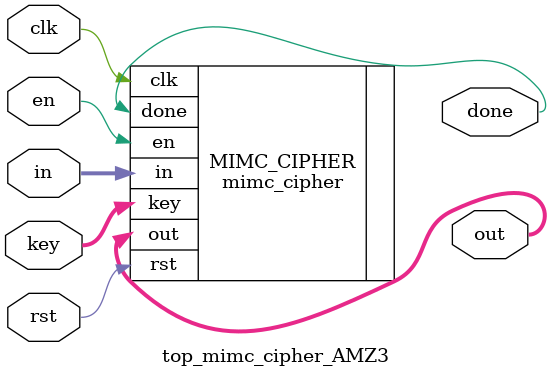
<source format=v>



module top_mimc_cipher_AMZ3 #(
	parameter N_BITS = 254
) (
	input clk,
	input rst,
	input en,
	input  [N_BITS-1:0] in,
	input  [N_BITS-1:0] key,
	output [N_BITS-1:0] out,
	output done
);

mimc_cipher #(
	.N_BITS(N_BITS),
	.GALOIS_MULT_METHOD("peasant"),
	.GALOIS_POW_7_METHOD("parallel"),
	.MIMC_CIPHER_ROUND_METHOD("v2")
) MIMC_CIPHER (
	.clk(clk),
	.rst(rst),
	.en(en),
	.in(in),
	.key(key),
	.out(out),
	.done(done)
);

endmodule

</source>
